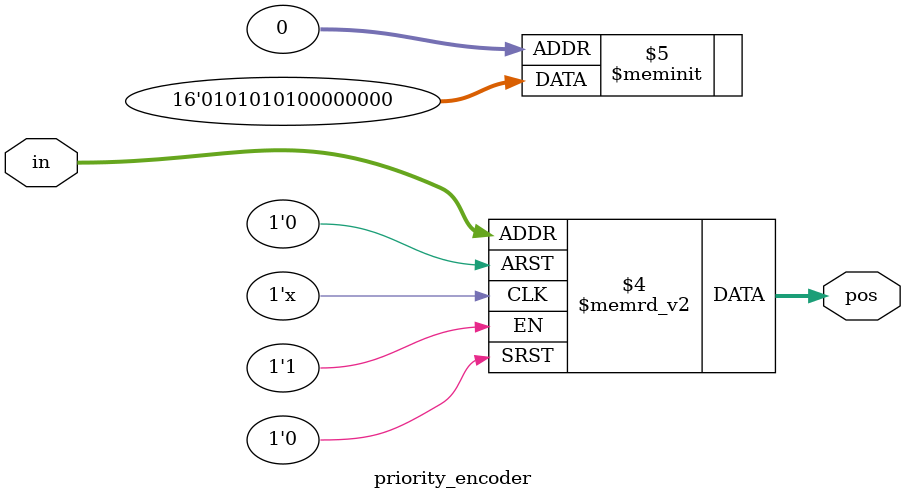
<source format=v>
module priority_encoder( 
input [2:0] in,
output reg [1:0] pos ); 
// When sel=1, assign b to out
always @(*) 
begin 
 case(in) 
 3'd0: pos=0; 
 3'd1: pos=0; 
 3'd2: pos=0; 
 3'd3: pos=0; 
 3'd4: pos=1; 
 3'd5: pos=1; 
 3'd6: pos=1; 
 3'd7: pos=1;
endcase
end 
endmodule

</source>
